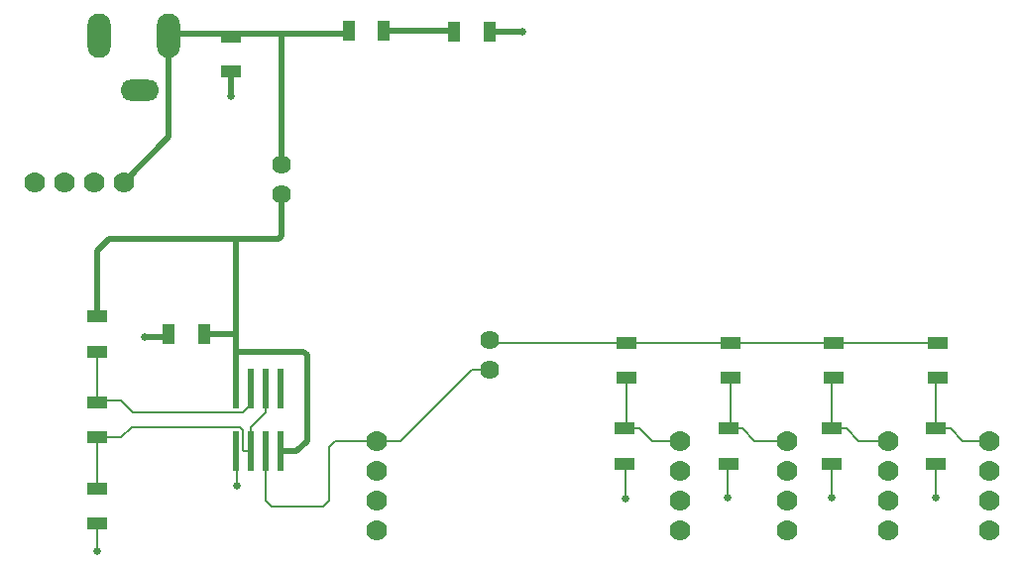
<source format=gtl>
G04*
G04 #@! TF.GenerationSoftware,Altium Limited,Altium Designer,24.1.2 (44)*
G04*
G04 Layer_Physical_Order=1*
G04 Layer_Color=255*
%FSLAX44Y44*%
%MOMM*%
G71*
G04*
G04 #@! TF.SameCoordinates,18497732-E450-413E-AE6D-1912215BE0D1*
G04*
G04*
G04 #@! TF.FilePolarity,Positive*
G04*
G01*
G75*
%ADD11C,0.5080*%
%ADD15C,0.1524*%
%ADD19R,1.1176X1.8034*%
%ADD20R,1.8034X1.1176*%
%ADD21R,0.6000X3.4000*%
%ADD31O,3.3000X1.8000*%
%ADD32O,2.0000X3.8000*%
%ADD33C,1.6200*%
%ADD34C,1.7780*%
%ADD35C,0.6350*%
D11*
X238760Y457200D02*
X293624D01*
X192786D02*
X195580Y454406D01*
X238760Y345440D02*
Y457200D01*
X195580D02*
X238760D01*
X142494Y455258D02*
X144436Y457200D01*
X192786D01*
X104140Y330200D02*
X142494Y368554D01*
Y455986D01*
X293624Y457200D02*
X296164Y459740D01*
X195580Y403860D02*
Y424434D01*
X81280Y271780D02*
X91440Y281940D01*
X81280Y215392D02*
Y271780D01*
X172466Y200660D02*
X199390D01*
X121920Y198120D02*
X139954D01*
X260350Y109220D02*
Y182444D01*
X199390Y185420D02*
X257374D01*
X260350Y182444D01*
X251130Y100000D02*
X260350Y109220D01*
X199390Y185420D02*
Y200660D01*
Y154000D02*
Y185420D01*
X237490Y100000D02*
X251130D01*
X199390Y200660D02*
Y280670D01*
X198120Y281940D02*
X236220D01*
X91440D02*
X198120D01*
X199390Y280670D01*
X238760Y284480D02*
Y320040D01*
X236220Y281940D02*
X238760Y284480D01*
X416306Y458800D02*
X444794D01*
X326136Y459740D02*
X385394D01*
X386334Y458800D01*
D15*
X416560Y195580D02*
X419100Y193040D01*
X533146D01*
X411480Y167640D02*
X416560D01*
X401320Y170180D02*
X416560D01*
X340360Y109220D02*
X401320Y170180D01*
X320040Y109220D02*
X340360D01*
X81280Y15240D02*
Y38354D01*
X279400Y58420D02*
Y104140D01*
X229870Y53340D02*
X274320D01*
X279400Y58420D01*
Y104140D02*
X284480Y109220D01*
X320040D01*
X224790Y58420D02*
Y100000D01*
Y58420D02*
X229870Y53340D01*
X139954Y198120D02*
X142494Y200660D01*
X81280Y112014D02*
X101854D01*
X110490Y120650D01*
X203410D01*
X205692Y118368D01*
X206804Y100000D02*
X212090D01*
X205692Y101112D02*
X206804Y100000D01*
X205692Y101112D02*
Y118368D01*
X81280Y141986D02*
X82804Y143510D01*
X101600D01*
X111412Y133698D01*
X205788D01*
X212090Y140000D02*
Y154000D01*
X205788Y133698D02*
X212090Y140000D01*
X81280Y68326D02*
Y112014D01*
X212090Y100000D02*
Y120650D01*
X224790Y133350D01*
Y154000D01*
X797560Y119761D02*
Y161214D01*
X799160Y162814D01*
X731520Y109220D02*
X756920D01*
X720979Y119761D02*
X731520Y109220D01*
X708973Y161214D02*
X710573Y162814D01*
X708973Y119761D02*
Y161214D01*
X621987Y121361D02*
Y162814D01*
X620387Y119761D02*
X621987Y121361D01*
X531800Y119761D02*
X533400Y121361D01*
Y162814D01*
X710573Y192786D02*
X799160D01*
X621987D02*
X710573D01*
X533400D02*
X621987D01*
X533146Y193040D02*
X533400Y192786D01*
X199390Y100000D02*
X200660Y98730D01*
Y71120D02*
Y98730D01*
X81280Y141986D02*
Y185420D01*
X820420Y109220D02*
X843280D01*
X797560Y119761D02*
X809879D01*
X820420Y109220D01*
X708973Y119761D02*
X720979D01*
X642620Y109220D02*
X670560D01*
X632079Y119761D02*
X642620Y109220D01*
X620387Y119761D02*
X632079D01*
X554990Y109220D02*
X579120D01*
X544449Y119761D02*
X554990Y109220D01*
X531800Y119761D02*
X544449D01*
X797560Y60960D02*
Y89789D01*
X708660Y89476D02*
X708973Y89789D01*
X708660Y60960D02*
Y89476D01*
X619760Y89162D02*
X620387Y89789D01*
X619760Y60960D02*
Y89162D01*
X531800Y89789D02*
X532130Y89459D01*
Y59690D02*
Y89459D01*
D19*
X416306Y458800D02*
D03*
X386334D02*
D03*
X172466Y200660D02*
D03*
X142494D02*
D03*
X296164Y459740D02*
D03*
X326136D02*
D03*
D20*
X81280Y38354D02*
D03*
Y68326D02*
D03*
Y185420D02*
D03*
Y215392D02*
D03*
X195580Y454406D02*
D03*
Y424434D02*
D03*
X81280Y112014D02*
D03*
Y141986D02*
D03*
X797560Y89789D02*
D03*
Y119761D02*
D03*
X708973Y89789D02*
D03*
Y119761D02*
D03*
X620387Y89789D02*
D03*
Y119761D02*
D03*
X531800Y89789D02*
D03*
Y119761D02*
D03*
X533400Y192786D02*
D03*
Y162814D02*
D03*
X621987Y192786D02*
D03*
Y162814D02*
D03*
X799160D02*
D03*
Y192786D02*
D03*
X710573Y162814D02*
D03*
Y192786D02*
D03*
D21*
X199390Y100000D02*
D03*
X212090D02*
D03*
X224790D02*
D03*
X237490D02*
D03*
Y154000D02*
D03*
X224790D02*
D03*
X212090D02*
D03*
X199390D02*
D03*
D31*
X117494Y408758D02*
D03*
D32*
X82494Y455258D02*
D03*
X142494D02*
D03*
D33*
X238760Y320040D02*
D03*
Y345440D02*
D03*
X416560Y170180D02*
D03*
Y195580D02*
D03*
D34*
X320040Y58420D02*
D03*
Y33020D02*
D03*
Y109220D02*
D03*
Y83820D02*
D03*
X53340Y330200D02*
D03*
X27940D02*
D03*
X104140D02*
D03*
X78740D02*
D03*
X579120Y58420D02*
D03*
Y33020D02*
D03*
Y109220D02*
D03*
Y83820D02*
D03*
X670560Y58420D02*
D03*
Y33020D02*
D03*
Y109220D02*
D03*
Y83820D02*
D03*
X756920Y58420D02*
D03*
Y33020D02*
D03*
Y109220D02*
D03*
Y83820D02*
D03*
X843280Y58420D02*
D03*
Y33020D02*
D03*
Y109220D02*
D03*
Y83820D02*
D03*
D35*
X195580Y403860D02*
D03*
X81280Y15240D02*
D03*
X121920Y198120D02*
D03*
X444794Y458800D02*
D03*
X200660Y71120D02*
D03*
X797560Y60960D02*
D03*
X708660D02*
D03*
X619760D02*
D03*
X532130Y59690D02*
D03*
M02*

</source>
